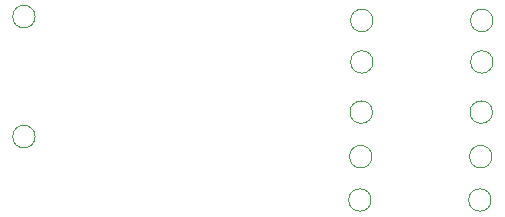
<source format=gbr>
G04 #@! TF.FileFunction,Legend,Bot*
%FSLAX46Y46*%
G04 Gerber Fmt 4.6, Leading zero omitted, Abs format (unit mm)*
G04 Created by KiCad (PCBNEW 4.0.2+dfsg1-stable) date śro, 11 kwi 2018, 10:40:26*
%MOMM*%
G01*
G04 APERTURE LIST*
%ADD10C,0.100000*%
G04 APERTURE END LIST*
D10*
X178039490Y-94600000D02*
G75*
G03X178039490Y-94600000I-949490J0D01*
G01*
X167879490Y-94600000D02*
G75*
G03X167879490Y-94600000I-949490J0D01*
G01*
X167829490Y-98370000D02*
G75*
G03X167829490Y-98370000I-949490J0D01*
G01*
X177989490Y-98370000D02*
G75*
G03X177989490Y-98370000I-949490J0D01*
G01*
X177919490Y-102040000D02*
G75*
G03X177919490Y-102040000I-949490J0D01*
G01*
X167759490Y-102040000D02*
G75*
G03X167759490Y-102040000I-949490J0D01*
G01*
X178079490Y-90350000D02*
G75*
G03X178079490Y-90350000I-949490J0D01*
G01*
X167919490Y-90350000D02*
G75*
G03X167919490Y-90350000I-949490J0D01*
G01*
X178079490Y-86840000D02*
G75*
G03X178079490Y-86840000I-949490J0D01*
G01*
X167919490Y-86840000D02*
G75*
G03X167919490Y-86840000I-949490J0D01*
G01*
X139309490Y-96670000D02*
G75*
G03X139309490Y-96670000I-949490J0D01*
G01*
X139309490Y-86510000D02*
G75*
G03X139309490Y-86510000I-949490J0D01*
G01*
M02*

</source>
